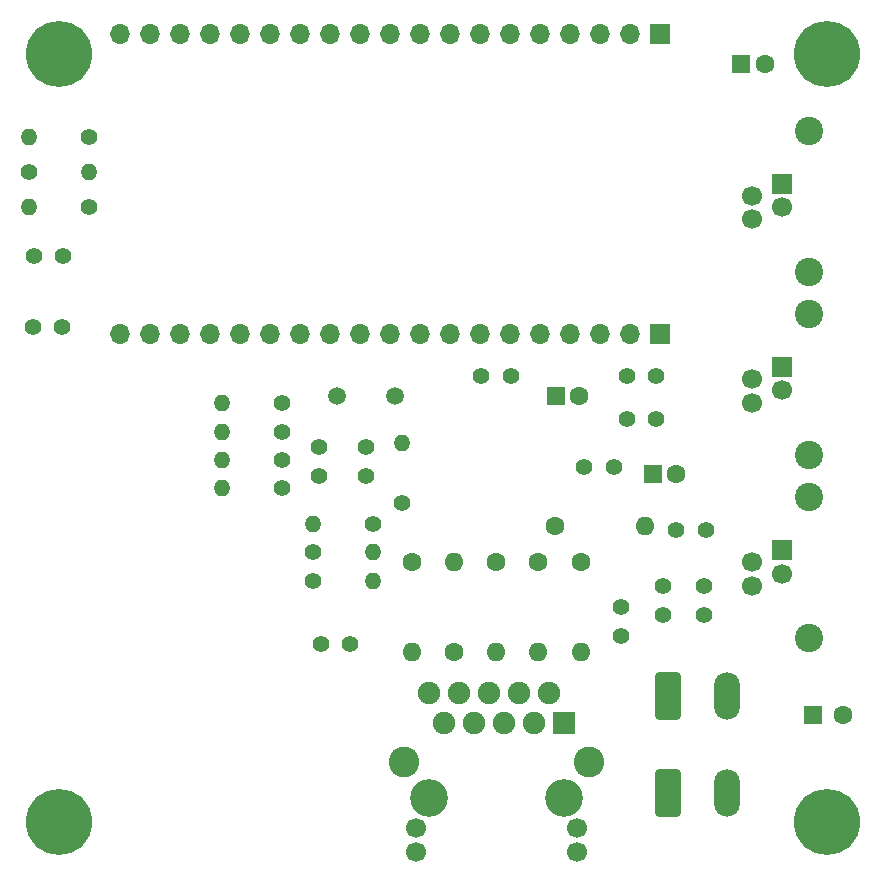
<source format=gbr>
%TF.GenerationSoftware,KiCad,Pcbnew,(6.0.7)*%
%TF.CreationDate,2022-08-02T16:10:14+02:00*%
%TF.ProjectId,school_meteo,7363686f-6f6c-45f6-9d65-74656f2e6b69,rev?*%
%TF.SameCoordinates,Original*%
%TF.FileFunction,Soldermask,Bot*%
%TF.FilePolarity,Negative*%
%FSLAX46Y46*%
G04 Gerber Fmt 4.6, Leading zero omitted, Abs format (unit mm)*
G04 Created by KiCad (PCBNEW (6.0.7)) date 2022-08-02 16:10:14*
%MOMM*%
%LPD*%
G01*
G04 APERTURE LIST*
G04 Aperture macros list*
%AMRoundRect*
0 Rectangle with rounded corners*
0 $1 Rounding radius*
0 $2 $3 $4 $5 $6 $7 $8 $9 X,Y pos of 4 corners*
0 Add a 4 corners polygon primitive as box body*
4,1,4,$2,$3,$4,$5,$6,$7,$8,$9,$2,$3,0*
0 Add four circle primitives for the rounded corners*
1,1,$1+$1,$2,$3*
1,1,$1+$1,$4,$5*
1,1,$1+$1,$6,$7*
1,1,$1+$1,$8,$9*
0 Add four rect primitives between the rounded corners*
20,1,$1+$1,$2,$3,$4,$5,0*
20,1,$1+$1,$4,$5,$6,$7,0*
20,1,$1+$1,$6,$7,$8,$9,0*
20,1,$1+$1,$8,$9,$2,$3,0*%
G04 Aperture macros list end*
%ADD10C,3.200000*%
%ADD11R,1.900000X1.900000*%
%ADD12C,1.900000*%
%ADD13C,2.600000*%
%ADD14C,1.700000*%
%ADD15R,1.600000X1.600000*%
%ADD16C,1.600000*%
%ADD17C,1.400000*%
%ADD18O,1.400000X1.400000*%
%ADD19C,5.600000*%
%ADD20C,2.400000*%
%ADD21R,1.700000X1.700000*%
%ADD22O,1.600000X1.600000*%
%ADD23RoundRect,0.305556X-0.794444X-1.694444X0.794444X-1.694444X0.794444X1.694444X-0.794444X1.694444X0*%
%ADD24O,2.200000X4.000000*%
%ADD25O,1.700000X1.700000*%
%ADD26C,1.500000*%
G04 APERTURE END LIST*
D10*
%TO.C,J5*%
X50730000Y7000000D03*
X39300000Y7000000D03*
D11*
X50730000Y13350000D03*
D12*
X49460000Y15890000D03*
X48190000Y13350000D03*
X46920000Y15890000D03*
X45650000Y13350000D03*
X44380000Y15890000D03*
X43110000Y13350000D03*
X41840000Y15890000D03*
D13*
X37165000Y10050000D03*
D12*
X40570000Y13350000D03*
D13*
X52865000Y10050000D03*
D12*
X39300000Y15890000D03*
D14*
X38230000Y4460000D03*
X38230000Y2430000D03*
X51800000Y4460000D03*
X51800000Y2430000D03*
%TD*%
D15*
%TO.C,C6*%
X50044887Y41000000D03*
D16*
X52044887Y41000000D03*
%TD*%
D17*
%TO.C,C3*%
X43750000Y42700000D03*
X46250000Y42700000D03*
%TD*%
%TO.C,R4*%
X29460000Y25400000D03*
D18*
X34540000Y25400000D03*
%TD*%
D19*
%TO.C,H3*%
X73000000Y70000000D03*
%TD*%
%TO.C,H4*%
X8000000Y70000000D03*
%TD*%
D17*
%TO.C,C8*%
X56050000Y39100000D03*
X58550000Y39100000D03*
%TD*%
%TO.C,C1*%
X30000000Y36750000D03*
X30000000Y34250000D03*
%TD*%
%TO.C,R10*%
X10540000Y57000000D03*
D18*
X5460000Y57000000D03*
%TD*%
D17*
%TO.C,C9*%
X56050000Y42700000D03*
X58550000Y42700000D03*
%TD*%
%TO.C,C5*%
X52450000Y35000000D03*
X54950000Y35000000D03*
%TD*%
D20*
%TO.C,J3*%
X71500000Y20500000D03*
X71500000Y32500000D03*
D21*
X69200000Y28020000D03*
D14*
X66660000Y27000000D03*
X69200000Y26000000D03*
X66660000Y24980000D03*
%TD*%
D19*
%TO.C,H1*%
X8000000Y5000000D03*
%TD*%
D16*
%TO.C,R16*%
X41425000Y19390000D03*
D22*
X41425000Y27010000D03*
%TD*%
D17*
%TO.C,R12*%
X5460000Y60000000D03*
D18*
X10540000Y60000000D03*
%TD*%
D17*
%TO.C,R6*%
X26840000Y38000000D03*
D18*
X21760000Y38000000D03*
%TD*%
D17*
%TO.C,R8*%
X26840000Y33200000D03*
D18*
X21760000Y33200000D03*
%TD*%
D17*
%TO.C,C14*%
X60250000Y29700000D03*
X62750000Y29700000D03*
%TD*%
D15*
%TO.C,C10*%
X58244887Y34400000D03*
D16*
X60244887Y34400000D03*
%TD*%
D17*
%TO.C,C15*%
X55600000Y23200000D03*
X55600000Y20700000D03*
%TD*%
D20*
%TO.C,J1*%
X71500000Y63500000D03*
X71500000Y51500000D03*
D21*
X69200000Y59020000D03*
D14*
X66660000Y58000000D03*
X69200000Y57000000D03*
X66660000Y55980000D03*
%TD*%
D15*
%TO.C,C4*%
X65744888Y69100000D03*
D16*
X67744888Y69100000D03*
%TD*%
D17*
%TO.C,C12*%
X59100000Y22450000D03*
X59100000Y24950000D03*
%TD*%
%TO.C,C11*%
X5850000Y52900000D03*
X8350000Y52900000D03*
%TD*%
%TO.C,C16*%
X62600000Y24950000D03*
X62600000Y22450000D03*
%TD*%
%TO.C,R1*%
X37000000Y31960000D03*
D18*
X37000000Y37040000D03*
%TD*%
D17*
%TO.C,R2*%
X34540000Y30200000D03*
D18*
X29460000Y30200000D03*
%TD*%
D23*
%TO.C,J4*%
X59500000Y7400000D03*
X59500000Y15600000D03*
D24*
X64500000Y15600000D03*
X64500000Y7400000D03*
%TD*%
D17*
%TO.C,R9*%
X10540000Y63000000D03*
D18*
X5460000Y63000000D03*
%TD*%
D16*
%TO.C,R15*%
X52150000Y27010000D03*
D22*
X52150000Y19390000D03*
%TD*%
D20*
%TO.C,J2*%
X71500000Y48000000D03*
X71500000Y36000000D03*
D21*
X69200000Y43520000D03*
D14*
X66660000Y42500000D03*
X69200000Y41500000D03*
X66660000Y40480000D03*
%TD*%
D17*
%TO.C,R7*%
X26840000Y35600000D03*
D18*
X21760000Y35600000D03*
%TD*%
D21*
%TO.C,U1*%
X58860000Y71700000D03*
D25*
X56320000Y71700000D03*
X53780000Y71700000D03*
X51240000Y71700000D03*
X48700000Y71700000D03*
X46160000Y71700000D03*
X43620000Y71700000D03*
X41080000Y71700000D03*
X38540000Y71700000D03*
X36000000Y71700000D03*
X33460000Y71700000D03*
X30920000Y71700000D03*
X28380000Y71700000D03*
X25840000Y71700000D03*
X23300000Y71700000D03*
X20760000Y71700000D03*
X18220000Y71700000D03*
X15680000Y71700000D03*
X13140000Y71700000D03*
X13140000Y46300000D03*
X15680000Y46300000D03*
X18220000Y46300000D03*
X20760000Y46300000D03*
X23300000Y46300000D03*
X25840000Y46300000D03*
X28380000Y46300000D03*
X30920000Y46300000D03*
X33460000Y46300000D03*
X36000000Y46300000D03*
X38540000Y46300000D03*
X41080000Y46300000D03*
X43620000Y46300000D03*
X46160000Y46300000D03*
X48700000Y46300000D03*
X51240000Y46300000D03*
X53780000Y46300000D03*
X56320000Y46300000D03*
D21*
X58860000Y46300000D03*
%TD*%
D16*
%TO.C,R11*%
X49990000Y30000000D03*
D22*
X57610000Y30000000D03*
%TD*%
D17*
%TO.C,C2*%
X34000000Y36750000D03*
X34000000Y34250000D03*
%TD*%
%TO.C,R5*%
X26840000Y40400000D03*
D18*
X21760000Y40400000D03*
%TD*%
D17*
%TO.C,R3*%
X29460000Y27800000D03*
D18*
X34540000Y27800000D03*
%TD*%
D17*
%TO.C,C17*%
X32650000Y20000000D03*
X30150000Y20000000D03*
%TD*%
%TO.C,C7*%
X5750000Y46900000D03*
X8250000Y46900000D03*
%TD*%
D26*
%TO.C,Y1*%
X31550000Y41000000D03*
X36430000Y41000000D03*
%TD*%
D19*
%TO.C,H2*%
X73000000Y5000000D03*
%TD*%
D16*
%TO.C,R14*%
X37850000Y27010000D03*
D22*
X37850000Y19390000D03*
%TD*%
D16*
%TO.C,R17*%
X45000000Y27010000D03*
D22*
X45000000Y19390000D03*
%TD*%
D15*
%TO.C,C13*%
X71817620Y14000000D03*
D16*
X74317620Y14000000D03*
%TD*%
%TO.C,R13*%
X48575000Y27010000D03*
D22*
X48575000Y19390000D03*
%TD*%
M02*

</source>
